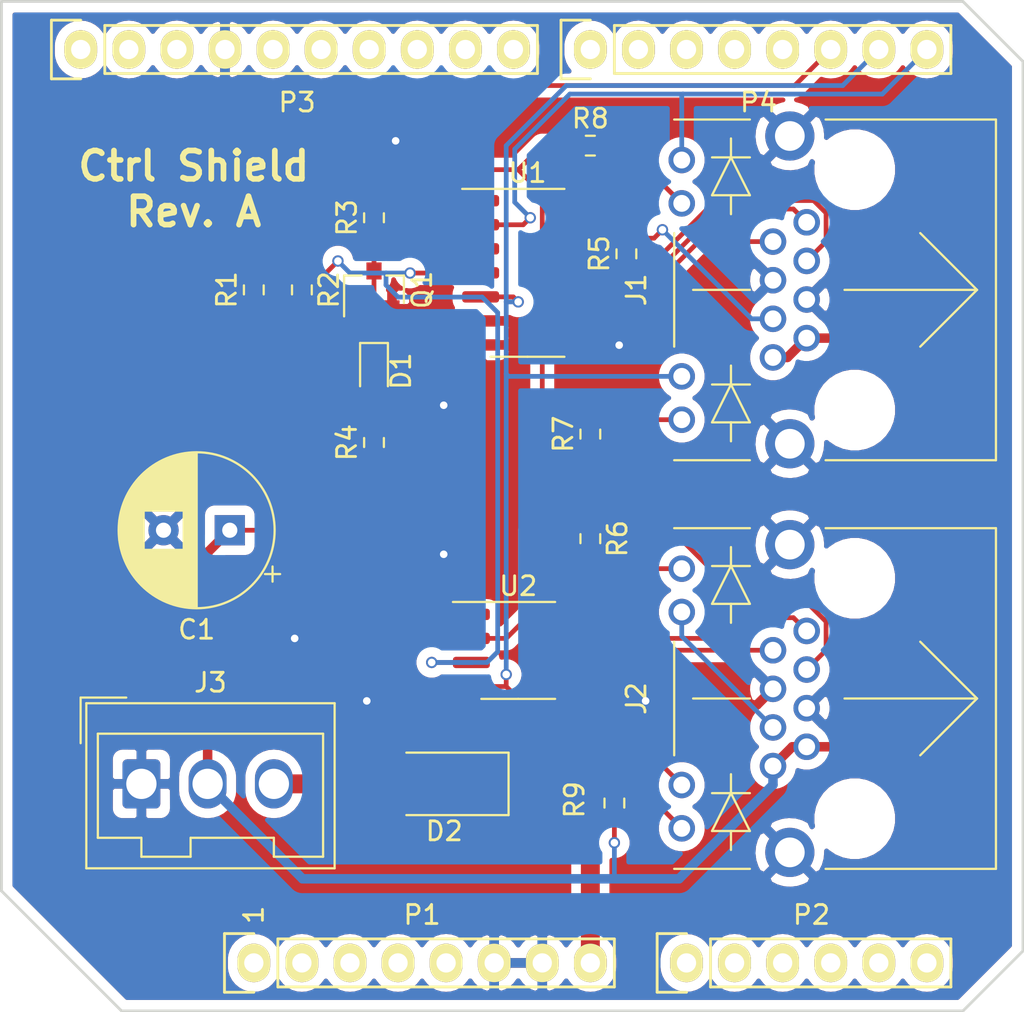
<source format=kicad_pcb>
(kicad_pcb (version 20171130) (host pcbnew "(5.1.9)-1")
  (title_block (date "lun. 30 mars 2015"))
  (layers (0 F.Cu signal) (31 B.Cu signal) (34 B.Paste user) (35 F.Paste user) (36 B.SilkS user) (37 F.SilkS user) (38 B.Mask user) (39 F.Mask user) (44 Edge.Cuts user))
  (net 0 "")
  (net 1 GND)
  (net 2 /Vin)
  (net 3 "/A4(SDA)")
  (net 4 "/A5(SCL)")
  (net 5 /2)
  (net 6 "/1(Tx)")
  (net 7 "/0(Rx)")
  (net 8 5V)
  (net 9 "Net-(D1-Pad2)")
  (net 10 /networking/~rx_en)
  (net 11 "Net-(D2-Pad2)")
  (net 12 "Net-(J1-Pad12)")
  (net 13 "Net-(J1-Pad10)")
  (net 14 "Net-(J1-Pad6)")
  (net 15 "Net-(J1-Pad3)")
  (net 16 "Net-(J1-Pad2)")
  (net 17 "Net-(J1-Pad1)")
  (net 18 "Net-(J2-Pad12)")
  (net 19 "Net-(J2-Pad10)")
  (net 20 "Net-(J2-Pad9)")
  (net 21 "Net-(J2-Pad3)")
  (net 22 "Net-(J2-Pad2)")
  (net 23 "Net-(J2-Pad1)")
  (net 24 "Net-(Q1-Pad1)")
  (module customs:RND_RJ45_LED (layer F.Cu) (at 168.148 88.265 90)
    (fp_text reference J1 (at 0 -9 90) (layer F.SilkS))
    (fp_text value RJ45_LED_Shielded)
    (pad 12 thru_hole circle (at -6.86 -6.6 90) (size 1.4 1.4) (drill 0.89) (layers *.Cu *.Mask) (net 12 "Net-(J1-Pad12)"))
    (pad 11 thru_hole circle (at -4.57 -6.6 90) (size 1.4 1.4) (drill 0.89) (layers *.Cu *.Mask) (net 6 "/1(Tx)"))
    (pad 10 thru_hole circle (at 4.57 -6.6 90) (size 1.4 1.4) (drill 0.89) (layers *.Cu *.Mask) (net 13 "Net-(J1-Pad10)"))
    (pad 9 thru_hole circle (at 6.86 -6.6 90) (size 1.4 1.4) (drill 0.89) (layers *.Cu *.Mask) (net 7 "/0(Rx)"))
    (pad 8 thru_hole circle (at -3.57 -1.78 90) (size 1.4 1.4) (drill 0.89) (layers *.Cu *.Mask) (net 8 5V))
    (pad 7 thru_hole circle (at -2.55 0 90) (size 1.4 1.4) (drill 0.89) (layers *.Cu *.Mask) (net 8 5V))
    (pad 6 thru_hole circle (at -1.53 -1.78 90) (size 1.4 1.4) (drill 0.89) (layers *.Cu *.Mask) (net 14 "Net-(J1-Pad6)"))
    (pad 5 thru_hole circle (at -0.51 0 90) (size 1.4 1.4) (drill 0.89) (layers *.Cu *.Mask) (net 1 GND))
    (pad 4 thru_hole circle (at 0.51 -1.78 90) (size 1.4 1.4) (drill 0.89) (layers *.Cu *.Mask) (net 1 GND))
    (pad 3 thru_hole circle (at 1.53 0 90) (size 1.4 1.4) (drill 0.89) (layers *.Cu *.Mask) (net 15 "Net-(J1-Pad3)"))
    (pad 2 thru_hole circle (at 2.55 -1.78 90) (size 1.4 1.4) (drill 0.89) (layers *.Cu *.Mask) (net 16 "Net-(J1-Pad2)"))
    (pad 1 thru_hole circle (at 3.57 0 90) (size 1.4 1.4) (drill 0.89) (layers *.Cu *.Mask) (net 17 "Net-(J1-Pad1)"))
    (pad SH thru_hole circle (at 8.13 -0.89 90) (size 2.6 2.6) (drill 1.57) (layers *.Cu *.Mask) (net 1 GND))
    (pad SH thru_hole circle (at -8.13 -0.89 90) (size 2.6 2.6) (drill 1.57) (layers *.Cu *.Mask) (net 1 GND))
    (pad "" np_thru_hole circle (at 6.35 2.54 90) (size 3.25 3.25) (drill 3.25) (layers *.Cu *.Mask))
    (pad "" np_thru_hole circle (at -6.35 2.54 90) (size 3.25 3.25) (drill 3.25) (layers *.Cu *.Mask))
  )
  (module Package_SO:SOIC-8_3.9x4.9mm_P1.27mm (layer F.Cu) (at 152.908 107.315)
    (fp_text reference U2 (at 0 -3.4) (layer F.SilkS))
    (fp_text value MAX481E)
    (pad 8 smd roundrect (at 2.475 -1.905) (size 1.95 0.6) (layers F.Cu F.Paste F.Mask) (net 8 5V))
    (pad 7 smd roundrect (at 2.475 -0.635) (size 1.95 0.6) (layers F.Cu F.Paste F.Mask) (net 23 "Net-(J2-Pad1)"))
    (pad 6 smd roundrect (at 2.475 0.635) (size 1.95 0.6) (layers F.Cu F.Paste F.Mask) (net 22 "Net-(J2-Pad2)"))
    (pad 5 smd roundrect (at 2.475 1.905) (size 1.95 0.6) (layers F.Cu F.Paste F.Mask) (net 1 GND))
    (pad 4 smd roundrect (at -2.475 1.905) (size 1.95 0.6) (layers F.Cu F.Paste F.Mask) (net 6 "/1(Tx)"))
    (pad 3 smd roundrect (at -2.475 0.635) (size 1.95 0.6) (layers F.Cu F.Paste F.Mask) (net 5 /2))
    (pad 2 smd roundrect (at -2.475 -0.635) (size 1.95 0.6) (layers F.Cu F.Paste F.Mask) (net 8 5V))
    (pad 1 smd roundrect (at -2.475 -1.905) (size 1.95 0.6) (layers F.Cu F.Paste F.Mask))
  )
  (module Package_SO:SOIC-14_3.9x8.7mm_P1.27mm (layer F.Cu) (at 153.398 87.365)
    (fp_text reference U1 (at 0 -5.28) (layer F.SilkS))
    (fp_text value MAX489E)
    (pad 14 smd roundrect (at 2.475 -3.81) (size 1.95 0.6) (layers F.Cu F.Paste F.Mask) (net 8 5V))
    (pad 13 smd roundrect (at 2.475 -2.54) (size 1.95 0.6) (layers F.Cu F.Paste F.Mask))
    (pad 12 smd roundrect (at 2.475 -1.27) (size 1.95 0.6) (layers F.Cu F.Paste F.Mask) (net 14 "Net-(J1-Pad6)"))
    (pad 11 smd roundrect (at 2.475 0) (size 1.95 0.6) (layers F.Cu F.Paste F.Mask) (net 15 "Net-(J1-Pad3)"))
    (pad 10 smd roundrect (at 2.475 1.27) (size 1.95 0.6) (layers F.Cu F.Paste F.Mask) (net 17 "Net-(J1-Pad1)"))
    (pad 9 smd roundrect (at 2.475 2.54) (size 1.95 0.6) (layers F.Cu F.Paste F.Mask) (net 16 "Net-(J1-Pad2)"))
    (pad 8 smd roundrect (at 2.475 3.81) (size 1.95 0.6) (layers F.Cu F.Paste F.Mask))
    (pad 7 smd roundrect (at -2.475 3.81) (size 1.95 0.6) (layers F.Cu F.Paste F.Mask) (net 1 GND))
    (pad 6 smd roundrect (at -2.475 2.54) (size 1.95 0.6) (layers F.Cu F.Paste F.Mask) (net 1 GND))
    (pad 5 smd roundrect (at -2.475 1.27) (size 1.95 0.6) (layers F.Cu F.Paste F.Mask) (net 6 "/1(Tx)"))
    (pad 4 smd roundrect (at -2.475 0) (size 1.95 0.6) (layers F.Cu F.Paste F.Mask) (net 5 /2))
    (pad 3 smd roundrect (at -2.475 -1.27) (size 1.95 0.6) (layers F.Cu F.Paste F.Mask) (net 10 /networking/~rx_en))
    (pad 2 smd roundrect (at -2.475 -2.54) (size 1.95 0.6) (layers F.Cu F.Paste F.Mask) (net 7 "/0(Rx)"))
    (pad 1 smd roundrect (at -2.475 -3.81) (size 1.95 0.6) (layers F.Cu F.Paste F.Mask))
  )
  (module Resistor_SMD:R_0603_1608Metric (layer F.Cu) (at 157.988 115.38 90)
    (fp_text reference R9 (at 0.174999 -2.105001 90) (layer F.SilkS))
    (fp_text value 1k)
    (pad 2 smd roundrect (at 0.825 0 90) (size 0.8 0.95) (layers F.Cu F.Paste F.Mask) (net 18 "Net-(J2-Pad12)"))
    (pad 1 smd roundrect (at -0.825 0 90) (size 0.8 0.95) (layers F.Cu F.Paste F.Mask) (net 8 5V))
  )
  (module Resistor_SMD:R_0603_1608Metric (layer F.Cu) (at 156.718 80.645)
    (fp_text reference R8 (at 0 -1.43) (layer F.SilkS))
    (fp_text value 1k)
    (pad 2 smd roundrect (at 0.825 0) (size 0.8 0.95) (layers F.Cu F.Paste F.Mask) (net 13 "Net-(J1-Pad10)"))
    (pad 1 smd roundrect (at -0.825 0) (size 0.8 0.95) (layers F.Cu F.Paste F.Mask) (net 8 5V))
  )
  (module Resistor_SMD:R_0603_1608Metric (layer F.Cu) (at 156.718 95.885 90)
    (fp_text reference R7 (at 0 -1.43 90) (layer F.SilkS))
    (fp_text value 1k)
    (pad 2 smd roundrect (at 0.825 0 90) (size 0.8 0.95) (layers F.Cu F.Paste F.Mask) (net 12 "Net-(J1-Pad12)"))
    (pad 1 smd roundrect (at -0.825 0 90) (size 0.8 0.95) (layers F.Cu F.Paste F.Mask) (net 8 5V))
  )
  (module Resistor_SMD:R_0603_1608Metric (layer F.Cu) (at 156.718 101.41 270)
    (fp_text reference R6 (at 0 -1.43 90) (layer F.SilkS))
    (fp_text value 1k)
    (pad 2 smd roundrect (at 0.825 0 270) (size 0.8 0.95) (layers F.Cu F.Paste F.Mask) (net 20 "Net-(J2-Pad9)"))
    (pad 1 smd roundrect (at -0.825 0 270) (size 0.8 0.95) (layers F.Cu F.Paste F.Mask) (net 21 "Net-(J2-Pad3)"))
  )
  (module Resistor_SMD:R_0603_1608Metric (layer F.Cu) (at 158.623 86.36 90)
    (fp_text reference R5 (at 0 -1.43 90) (layer F.SilkS))
    (fp_text value 2k)
    (pad 2 smd roundrect (at 0.825 0 90) (size 0.8 0.95) (layers F.Cu F.Paste F.Mask) (net 14 "Net-(J1-Pad6)"))
    (pad 1 smd roundrect (at -0.825 0 90) (size 0.8 0.95) (layers F.Cu F.Paste F.Mask) (net 15 "Net-(J1-Pad3)"))
  )
  (module Resistor_SMD:R_0603_1608Metric (layer F.Cu) (at 145.288 96.33 90)
    (fp_text reference R4 (at 0 -1.43 90) (layer F.SilkS))
    (fp_text value 10k)
    (pad 2 smd roundrect (at 0.825 0 90) (size 0.8 0.95) (layers F.Cu F.Paste F.Mask) (net 9 "Net-(D1-Pad2)"))
    (pad 1 smd roundrect (at -0.825 0 90) (size 0.8 0.95) (layers F.Cu F.Paste F.Mask) (net 8 5V))
  )
  (module Resistor_SMD:R_0603_1608Metric (layer F.Cu) (at 145.288 84.455 90)
    (fp_text reference R3 (at 0 -1.43 90) (layer F.SilkS))
    (fp_text value 10k)
    (pad 2 smd roundrect (at 0.825 0 90) (size 0.8 0.95) (layers F.Cu F.Paste F.Mask) (net 8 5V))
    (pad 1 smd roundrect (at -0.825 0 90) (size 0.8 0.95) (layers F.Cu F.Paste F.Mask) (net 10 /networking/~rx_en))
  )
  (module Resistor_SMD:R_0603_1608Metric (layer F.Cu) (at 141.478 88.265 270)
    (fp_text reference R2 (at 0 -1.43 90) (layer F.SilkS))
    (fp_text value 10k)
    (pad 2 smd roundrect (at 0.825 0 270) (size 0.8 0.95) (layers F.Cu F.Paste F.Mask) (net 24 "Net-(Q1-Pad1)"))
    (pad 1 smd roundrect (at -0.825 0 270) (size 0.8 0.95) (layers F.Cu F.Paste F.Mask) (net 5 /2))
  )
  (module Resistor_SMD:R_0603_1608Metric (layer F.Cu) (at 138.938 88.265 90)
    (fp_text reference R1 (at 0 -1.43 90) (layer F.SilkS))
    (fp_text value 10k)
    (pad 2 smd roundrect (at 0.825 0 90) (size 0.8 0.95) (layers F.Cu F.Paste F.Mask) (net 5 /2))
    (pad 1 smd roundrect (at -0.825 0 90) (size 0.8 0.95) (layers F.Cu F.Paste F.Mask) (net 1 GND))
  )
  (module Package_TO_SOT_SMD:SOT-23 (layer F.Cu) (at 145.288 88.265 90)
    (fp_text reference Q1 (at 0 2.54 90) (layer F.SilkS))
    (fp_text value 2N7002)
    (pad 3 smd rect (at 1 0 90) (size 0.9 0.8) (layers F.Cu F.Paste F.Mask) (net 10 /networking/~rx_en))
    (pad 2 smd rect (at -1 0.95 90) (size 0.9 0.8) (layers F.Cu F.Paste F.Mask) (net 1 GND))
    (pad 1 smd rect (at -1 -0.95 90) (size 0.9 0.8) (layers F.Cu F.Paste F.Mask) (net 24 "Net-(Q1-Pad1)"))
  )
  (module Connector_Wago:Wago_734-133_1x03_P3.50mm_Vertical (layer F.Cu) (at 132.998 114.365)
    (fp_text reference J3 (at 3.65 -5.35) (layer F.SilkS))
    (fp_text value Screw_Terminal_01x03)
    (pad 3 thru_hole oval (at 7 0) (size 2 2.6) (drill 1.6) (layers *.Cu *.Mask) (net 11 "Net-(D2-Pad2)"))
    (pad 2 thru_hole oval (at 3.5 0) (size 2 2.6) (drill 1.6) (layers *.Cu *.Mask) (net 8 5V))
    (pad 1 thru_hole roundrect (at 0 0) (size 2 2.6) (drill 1.6) (layers *.Cu *.Mask) (roundrect_rratio 0.125) (net 1 GND))
  )
  (module customs:RND_RJ45_LED (layer F.Cu) (at 168.148 109.855 90)
    (fp_text reference J2 (at 0 -9 90) (layer F.SilkS))
    (fp_text value RJ45_LED_Shielded)
    (pad 12 thru_hole circle (at -6.86 -6.6 90) (size 1.4 1.4) (drill 0.89) (layers *.Cu *.Mask) (net 18 "Net-(J2-Pad12)"))
    (pad 11 thru_hole circle (at -4.57 -6.6 90) (size 1.4 1.4) (drill 0.89) (layers *.Cu *.Mask) (net 6 "/1(Tx)"))
    (pad 10 thru_hole circle (at 4.57 -6.6 90) (size 1.4 1.4) (drill 0.89) (layers *.Cu *.Mask) (net 19 "Net-(J2-Pad10)"))
    (pad 9 thru_hole circle (at 6.86 -6.6 90) (size 1.4 1.4) (drill 0.89) (layers *.Cu *.Mask) (net 20 "Net-(J2-Pad9)"))
    (pad 8 thru_hole circle (at -3.57 -1.78 90) (size 1.4 1.4) (drill 0.89) (layers *.Cu *.Mask) (net 8 5V))
    (pad 7 thru_hole circle (at -2.55 0 90) (size 1.4 1.4) (drill 0.89) (layers *.Cu *.Mask) (net 8 5V))
    (pad 6 thru_hole circle (at -1.53 -1.78 90) (size 1.4 1.4) (drill 0.89) (layers *.Cu *.Mask) (net 19 "Net-(J2-Pad10)"))
    (pad 5 thru_hole circle (at -0.51 0 90) (size 1.4 1.4) (drill 0.89) (layers *.Cu *.Mask) (net 1 GND))
    (pad 4 thru_hole circle (at 0.51 -1.78 90) (size 1.4 1.4) (drill 0.89) (layers *.Cu *.Mask) (net 1 GND))
    (pad 3 thru_hole circle (at 1.53 0 90) (size 1.4 1.4) (drill 0.89) (layers *.Cu *.Mask) (net 21 "Net-(J2-Pad3)"))
    (pad 2 thru_hole circle (at 2.55 -1.78 90) (size 1.4 1.4) (drill 0.89) (layers *.Cu *.Mask) (net 22 "Net-(J2-Pad2)"))
    (pad 1 thru_hole circle (at 3.57 0 90) (size 1.4 1.4) (drill 0.89) (layers *.Cu *.Mask) (net 23 "Net-(J2-Pad1)"))
    (pad SH thru_hole circle (at 8.13 -0.89 90) (size 2.6 2.6) (drill 1.57) (layers *.Cu *.Mask) (net 1 GND))
    (pad SH thru_hole circle (at -8.13 -0.89 90) (size 2.6 2.6) (drill 1.57) (layers *.Cu *.Mask) (net 1 GND))
    (pad "" np_thru_hole circle (at 6.35 2.54 90) (size 3.25 3.25) (drill 3.25) (layers *.Cu *.Mask))
    (pad "" np_thru_hole circle (at -6.35 2.54 90) (size 3.25 3.25) (drill 3.25) (layers *.Cu *.Mask))
  )
  (module Diode_SMD:D_SMA (layer F.Cu) (at 148.998 114.365 180)
    (fp_text reference D2 (at 0 -2.5) (layer F.SilkS))
    (fp_text value D_Schottky)
    (pad 2 smd rect (at 2 0 180) (size 2.5 1.8) (layers F.Cu F.Paste F.Mask) (net 11 "Net-(D2-Pad2)"))
    (pad 1 smd rect (at -2 0 180) (size 2.5 1.8) (layers F.Cu F.Paste F.Mask) (net 2 /Vin))
  )
  (module LED_SMD:LED_0603_1608Metric (layer F.Cu) (at 145.288 92.5575 270)
    (fp_text reference D1 (at 0 -1.43 90) (layer F.SilkS))
    (fp_text value LED)
    (pad 2 smd roundrect (at 0.7875 0 270) (size 0.875 0.95) (layers F.Cu F.Paste F.Mask) (net 9 "Net-(D1-Pad2)"))
    (pad 1 smd roundrect (at -0.7875 0 270) (size 0.875 0.95) (layers F.Cu F.Paste F.Mask) (net 10 /networking/~rx_en))
  )
  (module Capacitor_THT:CP_Radial_D8.0mm_P3.50mm (layer F.Cu) (at 137.668 100.965 180)
    (fp_text reference C1 (at 1.75 -5.25) (layer F.SilkS))
    (fp_text value CP)
    (pad 2 thru_hole circle (at 3.5 0 180) (size 1.6 1.6) (drill 0.8) (layers *.Cu *.Mask) (net 1 GND))
    (pad 1 thru_hole rect (at 0 0 180) (size 1.6 1.6) (drill 0.8) (layers *.Cu *.Mask) (net 8 5V))
  )
  (module Socket_Arduino_Uno:Socket_Strip_Arduino_1x08 (layer F.Cu) (at 138.938 123.825)
    (fp_text reference P1 (at 8.89 -2.54) (layer F.SilkS))
    (fp_text value Power)
    (pad 1 thru_hole oval (at 0 0) (size 1.7272 2.032) (drill 1.016) (layers *.Cu *.Mask F.SilkS))
    (pad 2 thru_hole oval (at 2.54 0) (size 1.7272 2.032) (drill 1.016) (layers *.Cu *.Mask F.SilkS))
    (pad 3 thru_hole oval (at 5.08 0) (size 1.7272 2.032) (drill 1.016) (layers *.Cu *.Mask F.SilkS))
    (pad 4 thru_hole oval (at 7.62 0) (size 1.7272 2.032) (drill 1.016) (layers *.Cu *.Mask F.SilkS))
    (pad 5 thru_hole oval (at 10.16 0) (size 1.7272 2.032) (drill 1.016) (layers *.Cu *.Mask F.SilkS))
    (pad 6 thru_hole oval (at 12.7 0) (size 1.7272 2.032) (drill 1.016) (layers *.Cu *.Mask F.SilkS) (net 1 GND))
    (pad 7 thru_hole oval (at 15.24 0) (size 1.7272 2.032) (drill 1.016) (layers *.Cu *.Mask F.SilkS) (net 1 GND))
    (pad 8 thru_hole oval (at 17.78 0) (size 1.7272 2.032) (drill 1.016) (layers *.Cu *.Mask F.SilkS) (net 2 /Vin))
  )
  (module Socket_Arduino_Uno:Socket_Strip_Arduino_1x06 (layer F.Cu) (at 161.798 123.825)
    (fp_text reference P2 (at 6.604 -2.54) (layer F.SilkS))
    (fp_text value Analog)
    (pad 1 thru_hole oval (at 0 0) (size 1.7272 2.032) (drill 1.016) (layers *.Cu *.Mask F.SilkS))
    (pad 2 thru_hole oval (at 2.54 0) (size 1.7272 2.032) (drill 1.016) (layers *.Cu *.Mask F.SilkS))
    (pad 3 thru_hole oval (at 5.08 0) (size 1.7272 2.032) (drill 1.016) (layers *.Cu *.Mask F.SilkS))
    (pad 4 thru_hole oval (at 7.62 0) (size 1.7272 2.032) (drill 1.016) (layers *.Cu *.Mask F.SilkS))
    (pad 5 thru_hole oval (at 10.16 0) (size 1.7272 2.032) (drill 1.016) (layers *.Cu *.Mask F.SilkS) (net 3 "/A4(SDA)"))
    (pad 6 thru_hole oval (at 12.7 0) (size 1.7272 2.032) (drill 1.016) (layers *.Cu *.Mask F.SilkS) (net 4 "/A5(SCL)"))
  )
  (module Socket_Arduino_Uno:Socket_Strip_Arduino_1x10 (layer F.Cu) (at 129.794 75.565)
    (fp_text reference P3 (at 11.43 2.794) (layer F.SilkS))
    (fp_text value Digital)
    (pad 1 thru_hole oval (at 0 0) (size 1.7272 2.032) (drill 1.016) (layers *.Cu *.Mask F.SilkS) (net 4 "/A5(SCL)"))
    (pad 2 thru_hole oval (at 2.54 0) (size 1.7272 2.032) (drill 1.016) (layers *.Cu *.Mask F.SilkS) (net 3 "/A4(SDA)"))
    (pad 3 thru_hole oval (at 5.08 0) (size 1.7272 2.032) (drill 1.016) (layers *.Cu *.Mask F.SilkS))
    (pad 4 thru_hole oval (at 7.62 0) (size 1.7272 2.032) (drill 1.016) (layers *.Cu *.Mask F.SilkS) (net 1 GND))
    (pad 5 thru_hole oval (at 10.16 0) (size 1.7272 2.032) (drill 1.016) (layers *.Cu *.Mask F.SilkS))
    (pad 6 thru_hole oval (at 12.7 0) (size 1.7272 2.032) (drill 1.016) (layers *.Cu *.Mask F.SilkS))
    (pad 7 thru_hole oval (at 15.24 0) (size 1.7272 2.032) (drill 1.016) (layers *.Cu *.Mask F.SilkS))
    (pad 8 thru_hole oval (at 17.78 0) (size 1.7272 2.032) (drill 1.016) (layers *.Cu *.Mask F.SilkS))
    (pad 9 thru_hole oval (at 20.32 0) (size 1.7272 2.032) (drill 1.016) (layers *.Cu *.Mask F.SilkS))
    (pad 10 thru_hole oval (at 22.86 0) (size 1.7272 2.032) (drill 1.016) (layers *.Cu *.Mask F.SilkS))
  )
  (module Socket_Arduino_Uno:Socket_Strip_Arduino_1x08 (layer F.Cu) (at 156.718 75.565)
    (fp_text reference P4 (at 8.89 2.794) (layer F.SilkS))
    (fp_text value Digital)
    (pad 1 thru_hole oval (at 0 0) (size 1.7272 2.032) (drill 1.016) (layers *.Cu *.Mask F.SilkS))
    (pad 2 thru_hole oval (at 2.54 0) (size 1.7272 2.032) (drill 1.016) (layers *.Cu *.Mask F.SilkS))
    (pad 3 thru_hole oval (at 5.08 0) (size 1.7272 2.032) (drill 1.016) (layers *.Cu *.Mask F.SilkS))
    (pad 4 thru_hole oval (at 7.62 0) (size 1.7272 2.032) (drill 1.016) (layers *.Cu *.Mask F.SilkS))
    (pad 5 thru_hole oval (at 10.16 0) (size 1.7272 2.032) (drill 1.016) (layers *.Cu *.Mask F.SilkS))
    (pad 6 thru_hole oval (at 12.7 0) (size 1.7272 2.032) (drill 1.016) (layers *.Cu *.Mask F.SilkS) (net 5 /2))
    (pad 7 thru_hole oval (at 15.24 0) (size 1.7272 2.032) (drill 1.016) (layers *.Cu *.Mask F.SilkS) (net 6 "/1(Tx)"))
    (pad 8 thru_hole oval (at 17.78 0) (size 1.7272 2.032) (drill 1.016) (layers *.Cu *.Mask F.SilkS) (net 7 "/0(Rx)"))
  )
  (gr_text "Ctrl Shield\nRev. A" (at 135.763 82.931) (layer F.SilkS) (effects (font (size 1.5 1.5) (thickness 0.3))))
  (gr_line (start 125.603 73.025) (end 125.603 120.015) (layer Edge.Cuts) (width 0.15))
  (gr_line (start 131.953 126.365) (end 176.403 126.365) (layer Edge.Cuts) (width 0.15))
  (gr_line (start 125.603 120.015) (end 131.953 126.365) (layer Edge.Cuts) (width 0.15))
  (gr_line (start 179.578 123.19) (end 179.578 76.2) (layer Edge.Cuts) (width 0.15))
  (gr_line (start 176.403 126.365) (end 179.578 123.19) (layer Edge.Cuts) (width 0.15))
  (gr_line (start 176.403 73.025) (end 179.578 76.2) (layer Edge.Cuts) (width 0.15))
  (gr_line (start 176.403 73.025) (end 125.603 73.025) (layer Edge.Cuts) (width 0.15))
  (gr_text 1 (at 138.938 121.285 90) (layer F.SilkS) (effects (font (size 1 1))))
  (via (at 158.242 91.186) (size 0.6) (drill 0.4) (layers F.Cu B.Cu) (net 1))
  (via (at 146.431 80.391) (size 0.6) (drill 0.4) (layers F.Cu B.Cu) (net 1))
  (via (at 148.971 94.361) (size 0.6) (drill 0.4) (layers F.Cu B.Cu) (net 1))
  (via (at 148.971 102.235) (size 0.6) (drill 0.4) (layers F.Cu B.Cu) (net 1))
  (via (at 141.097 106.68) (size 0.6) (drill 0.4) (layers F.Cu B.Cu) (net 1))
  (via (at 144.907 109.982) (size 0.6) (drill 0.4) (layers F.Cu B.Cu) (net 1))
  (via (at 159.639 109.982) (size 0.6) (drill 0.4) (layers F.Cu B.Cu) (net 1))
  (segment (start 150.998 114.365) (end 152.973 114.365) (width 1) (layer F.Cu) (net 2))
  (segment (start 156.718 118.11) (end 156.718 123.825) (width 1) (layer F.Cu) (net 2))
  (segment (start 152.973 114.365) (end 156.718 118.11) (width 1) (layer F.Cu) (net 2))
  (segment (start 167.513 77.47) (end 145.288 77.47) (width 0.25) (layer F.Cu) (net 5))
  (segment (start 169.418 75.565) (end 167.513 77.47) (width 0.25) (layer F.Cu) (net 5))
  (segment (start 138.938 87.44) (end 140.018 87.44) (width 0.25) (layer F.Cu) (net 5))
  (segment (start 140.398 82.36) (end 140.843 81.915) (width 0.25) (layer F.Cu) (net 5))
  (segment (start 140.398 87.44) (end 140.398 82.36) (width 0.25) (layer F.Cu) (net 5))
  (segment (start 145.288 77.47) (end 140.843 81.915) (width 0.25) (layer F.Cu) (net 5))
  (segment (start 140.018 87.44) (end 140.398 87.44) (width 0.25) (layer F.Cu) (net 5))
  (segment (start 140.398 87.44) (end 141.478 87.44) (width 0.25) (layer F.Cu) (net 5))
  (via (at 143.383 86.741) (size 0.6) (drill 0.4) (layers F.Cu B.Cu) (net 5))
  (segment (start 142.684 87.44) (end 143.383 86.741) (width 0.25) (layer F.Cu) (net 5))
  (segment (start 141.478 87.44) (end 142.684 87.44) (width 0.25) (layer F.Cu) (net 5))
  (via (at 147.193 87.376) (size 0.6) (drill 0.4) (layers F.Cu B.Cu) (net 5))
  (segment (start 143.383 86.741) (end 144.018 87.376) (width 0.25) (layer B.Cu) (net 5))
  (segment (start 150.912 87.376) (end 150.923 87.365) (width 0.25) (layer F.Cu) (net 5))
  (segment (start 147.193 87.376) (end 150.912 87.376) (width 0.25) (layer F.Cu) (net 5))
  (via (at 148.336 107.95) (size 0.6) (drill 0.4) (layers F.Cu B.Cu) (net 5))
  (segment (start 150.433 107.95) (end 148.336 107.95) (width 0.25) (layer F.Cu) (net 5))
  (segment (start 148.336 107.95) (end 150.495 107.95) (width 0.25) (layer B.Cu) (net 5))
  (segment (start 145.923 87.376) (end 145.923 88.011) (width 0.25) (layer B.Cu) (net 5))
  (segment (start 144.018 87.376) (end 145.923 87.376) (width 0.25) (layer B.Cu) (net 5))
  (segment (start 145.923 87.376) (end 147.193 87.376) (width 0.25) (layer B.Cu) (net 5))
  (segment (start 145.923 88.011) (end 146.558 88.646) (width 0.25) (layer B.Cu) (net 5))
  (segment (start 151.003 88.646) (end 151.82299 89.46599) (width 0.25) (layer B.Cu) (net 5))
  (segment (start 146.558 88.646) (end 151.003 88.646) (width 0.25) (layer B.Cu) (net 5))
  (segment (start 151.82299 89.46599) (end 151.82299 107.38401) (width 0.25) (layer B.Cu) (net 5))
  (segment (start 151.257 107.95) (end 148.336 107.95) (width 0.25) (layer B.Cu) (net 5))
  (segment (start 151.82299 107.38401) (end 151.257 107.95) (width 0.25) (layer B.Cu) (net 5))
  (segment (start 150.433 109.22) (end 152.273 109.22) (width 0.25) (layer F.Cu) (net 6))
  (segment (start 152.273 109.22) (end 155.448 112.395) (width 0.25) (layer F.Cu) (net 6))
  (segment (start 159.518 112.395) (end 161.548 114.425) (width 0.25) (layer F.Cu) (net 6))
  (segment (start 155.448 112.395) (end 159.518 112.395) (width 0.25) (layer F.Cu) (net 6))
  (segment (start 171.958 75.565) (end 170.053 77.47) (width 0.25) (layer B.Cu) (net 6))
  (segment (start 170.053 77.47) (end 155.448 77.47) (width 0.25) (layer B.Cu) (net 6))
  (segment (start 155.448 77.47) (end 152.273 80.645) (width 0.25) (layer B.Cu) (net 6))
  (segment (start 152.273 80.645) (end 152.273 88.9) (width 0.25) (layer B.Cu) (net 6))
  (segment (start 152.273 88.9) (end 152.908 88.9) (width 0.25) (layer B.Cu) (net 6))
  (via (at 152.908 88.9) (size 0.6) (drill 0.4) (layers F.Cu B.Cu) (net 6))
  (segment (start 152.643 88.635) (end 152.908 88.9) (width 0.25) (layer F.Cu) (net 6))
  (segment (start 150.923 88.635) (end 152.643 88.635) (width 0.25) (layer F.Cu) (net 6))
  (via (at 152.273 108.585) (size 0.6) (drill 0.4) (layers F.Cu B.Cu) (net 6))
  (segment (start 152.273 109.22) (end 152.273 108.585) (width 0.25) (layer F.Cu) (net 6))
  (segment (start 152.398 92.835) (end 152.273 92.71) (width 0.25) (layer B.Cu) (net 6))
  (segment (start 161.548 92.835) (end 152.398 92.835) (width 0.25) (layer B.Cu) (net 6))
  (segment (start 152.273 92.71) (end 152.273 88.9) (width 0.25) (layer B.Cu) (net 6))
  (segment (start 152.273 108.585) (end 152.273 92.71) (width 0.25) (layer B.Cu) (net 6))
  (via (at 153.543 84.455) (size 0.6) (drill 0.4) (layers F.Cu B.Cu) (net 7))
  (segment (start 153.173 84.825) (end 153.543 84.455) (width 0.25) (layer F.Cu) (net 7))
  (segment (start 150.923 84.825) (end 153.173 84.825) (width 0.25) (layer F.Cu) (net 7))
  (segment (start 153.543 84.455) (end 152.72301 83.63501) (width 0.25) (layer B.Cu) (net 7))
  (segment (start 152.72301 80.8314) (end 155.6344 77.92001) (width 0.25) (layer B.Cu) (net 7))
  (segment (start 152.72301 83.63501) (end 152.72301 80.8314) (width 0.25) (layer B.Cu) (net 7))
  (segment (start 172.14299 77.92001) (end 174.498 75.565) (width 0.25) (layer B.Cu) (net 7))
  (segment (start 161.548 77.98502) (end 161.61301 77.92001) (width 0.25) (layer B.Cu) (net 7))
  (segment (start 161.548 81.405) (end 161.548 77.98502) (width 0.25) (layer B.Cu) (net 7))
  (segment (start 161.61301 77.92001) (end 172.14299 77.92001) (width 0.25) (layer B.Cu) (net 7))
  (segment (start 155.6344 77.92001) (end 161.61301 77.92001) (width 0.25) (layer B.Cu) (net 7))
  (segment (start 167.388 112.405) (end 166.368 113.425) (width 0.5) (layer F.Cu) (net 8))
  (segment (start 168.148 112.405) (end 167.388 112.405) (width 0.5) (layer F.Cu) (net 8))
  (segment (start 167.128 91.835) (end 168.148 90.815) (width 0.5) (layer F.Cu) (net 8))
  (segment (start 166.368 91.835) (end 167.128 91.835) (width 0.5) (layer F.Cu) (net 8))
  (segment (start 170.678 112.405) (end 168.148 112.405) (width 0.5) (layer F.Cu) (net 8))
  (segment (start 174.498 108.585) (end 170.678 112.405) (width 0.5) (layer F.Cu) (net 8))
  (segment (start 174.498 93.345) (end 174.498 108.585) (width 0.5) (layer F.Cu) (net 8))
  (segment (start 171.968 90.815) (end 174.498 93.345) (width 0.5) (layer F.Cu) (net 8))
  (segment (start 168.148 90.815) (end 171.968 90.815) (width 0.5) (layer F.Cu) (net 8))
  (segment (start 147.193 106.68) (end 150.433 106.68) (width 0.25) (layer F.Cu) (net 8))
  (segment (start 145.288 104.775) (end 147.193 106.68) (width 0.25) (layer F.Cu) (net 8))
  (segment (start 166.368 114.414949) (end 161.402949 119.38) (width 0.5) (layer B.Cu) (net 8))
  (segment (start 166.368 113.425) (end 166.368 114.414949) (width 0.5) (layer B.Cu) (net 8))
  (segment (start 141.513 119.38) (end 136.498 114.365) (width 0.5) (layer B.Cu) (net 8))
  (segment (start 136.498 102.135) (end 137.668 100.965) (width 0.5) (layer F.Cu) (net 8))
  (segment (start 136.498 114.365) (end 136.498 102.135) (width 0.5) (layer F.Cu) (net 8))
  (segment (start 137.668 100.965) (end 145.288 100.965) (width 0.25) (layer F.Cu) (net 8))
  (segment (start 145.288 100.965) (end 145.288 104.775) (width 0.25) (layer F.Cu) (net 8))
  (segment (start 145.288 97.155) (end 145.288 100.965) (width 0.25) (layer F.Cu) (net 8))
  (segment (start 155.383 105.41) (end 153.543 105.41) (width 0.25) (layer F.Cu) (net 8))
  (segment (start 152.273 106.68) (end 150.433 106.68) (width 0.25) (layer F.Cu) (net 8))
  (segment (start 153.543 105.41) (end 152.273 106.68) (width 0.25) (layer F.Cu) (net 8))
  (segment (start 147.383 83.63) (end 145.288 83.63) (width 0.25) (layer F.Cu) (net 8))
  (segment (start 148.463 82.55) (end 147.383 83.63) (width 0.25) (layer F.Cu) (net 8))
  (segment (start 155.893 80.645) (end 154.178 80.645) (width 0.25) (layer F.Cu) (net 8))
  (segment (start 154.178 80.645) (end 152.908 81.915) (width 0.25) (layer F.Cu) (net 8))
  (segment (start 149.098 81.915) (end 152.908 81.915) (width 0.25) (layer F.Cu) (net 8))
  (segment (start 148.463 82.55) (end 149.098 81.915) (width 0.25) (layer F.Cu) (net 8))
  (via (at 157.988 117.475) (size 0.6) (drill 0.4) (layers F.Cu B.Cu) (net 8))
  (segment (start 157.988 116.205) (end 157.988 117.475) (width 0.25) (layer F.Cu) (net 8))
  (segment (start 157.988 117.475) (end 157.988 119.38) (width 0.25) (layer B.Cu) (net 8))
  (segment (start 157.988 119.38) (end 141.513 119.38) (width 0.5) (layer B.Cu) (net 8))
  (segment (start 161.402949 119.38) (end 157.988 119.38) (width 0.5) (layer B.Cu) (net 8))
  (segment (start 152.908 81.915) (end 154.178 83.185) (width 0.25) (layer F.Cu) (net 8))
  (segment (start 154.178 100.33) (end 153.543 100.965) (width 0.25) (layer F.Cu) (net 8))
  (segment (start 153.543 100.965) (end 153.543 105.41) (width 0.25) (layer F.Cu) (net 8))
  (segment (start 154.178 97.79) (end 156.083 97.79) (width 0.25) (layer F.Cu) (net 8))
  (segment (start 154.178 97.79) (end 154.178 100.33) (width 0.25) (layer F.Cu) (net 8))
  (segment (start 156.718 97.155) (end 156.718 96.71) (width 0.25) (layer F.Cu) (net 8))
  (segment (start 156.083 97.79) (end 156.718 97.155) (width 0.25) (layer F.Cu) (net 8))
  (segment (start 154.189 83.555) (end 154.178 83.566) (width 0.25) (layer F.Cu) (net 8))
  (segment (start 155.873 83.555) (end 154.189 83.555) (width 0.25) (layer F.Cu) (net 8))
  (segment (start 154.178 83.566) (end 154.178 97.79) (width 0.25) (layer F.Cu) (net 8))
  (segment (start 154.178 83.185) (end 154.178 83.566) (width 0.25) (layer F.Cu) (net 8))
  (segment (start 145.288 95.505) (end 145.288 93.345) (width 0.25) (layer F.Cu) (net 9))
  (segment (start 145.288 91.77) (end 145.288 87.265) (width 0.25) (layer F.Cu) (net 10))
  (segment (start 145.288 85.28) (end 145.288 86.36) (width 0.25) (layer F.Cu) (net 10))
  (segment (start 145.288 86.36) (end 145.288 87.265) (width 0.25) (layer F.Cu) (net 10))
  (segment (start 148.093 86.095) (end 147.828 86.36) (width 0.25) (layer F.Cu) (net 10))
  (segment (start 150.923 86.095) (end 148.093 86.095) (width 0.25) (layer F.Cu) (net 10))
  (segment (start 145.288 86.36) (end 147.828 86.36) (width 0.25) (layer F.Cu) (net 10))
  (segment (start 139.998 114.365) (end 146.998 114.365) (width 1) (layer F.Cu) (net 11))
  (segment (start 156.783 95.125) (end 156.718 95.06) (width 0.25) (layer F.Cu) (net 12))
  (segment (start 161.548 95.125) (end 156.783 95.125) (width 0.25) (layer F.Cu) (net 12))
  (segment (start 158.498 80.645) (end 161.548 83.695) (width 0.25) (layer F.Cu) (net 13))
  (segment (start 157.543 80.645) (end 158.498 80.645) (width 0.25) (layer F.Cu) (net 13))
  (segment (start 155.873 86.095) (end 156.983 86.095) (width 0.25) (layer F.Cu) (net 14))
  (segment (start 157.543 85.535) (end 158.623 85.535) (width 0.25) (layer F.Cu) (net 14))
  (segment (start 156.983 86.095) (end 157.543 85.535) (width 0.25) (layer F.Cu) (net 14))
  (via (at 160.528 85.09) (size 0.6) (drill 0.4) (layers F.Cu B.Cu) (net 14))
  (segment (start 160.083 85.535) (end 160.528 85.09) (width 0.25) (layer F.Cu) (net 14))
  (segment (start 158.623 85.535) (end 160.083 85.535) (width 0.25) (layer F.Cu) (net 14))
  (segment (start 165.233 89.795) (end 166.368 89.795) (width 0.25) (layer B.Cu) (net 14))
  (segment (start 160.528 85.09) (end 165.233 89.795) (width 0.25) (layer B.Cu) (net 14))
  (segment (start 158.443 87.365) (end 158.623 87.185) (width 0.25) (layer F.Cu) (net 15))
  (segment (start 155.873 87.365) (end 158.443 87.365) (width 0.25) (layer F.Cu) (net 15))
  (segment (start 169.173001 85.709999) (end 168.148 86.735) (width 0.25) (layer F.Cu) (net 15))
  (segment (start 169.173001 84.202999) (end 169.173001 85.709999) (width 0.25) (layer F.Cu) (net 15))
  (segment (start 168.514993 83.544991) (end 169.173001 84.202999) (width 0.25) (layer F.Cu) (net 15))
  (segment (start 163.341599 83.544991) (end 168.514993 83.544991) (width 0.25) (layer F.Cu) (net 15))
  (segment (start 159.70159 87.185) (end 163.341599 83.544991) (width 0.25) (layer F.Cu) (net 15))
  (segment (start 158.623 87.185) (end 159.70159 87.185) (width 0.25) (layer F.Cu) (net 15))
  (segment (start 157.49801 89.25499) (end 156.848 89.905) (width 0.25) (layer F.Cu) (net 16))
  (segment (start 156.848 89.905) (end 155.873 89.905) (width 0.25) (layer F.Cu) (net 16))
  (segment (start 158.90442 89.25499) (end 157.49801 89.25499) (width 0.25) (layer F.Cu) (net 16))
  (segment (start 162.43441 85.725) (end 158.90442 89.25499) (width 0.25) (layer F.Cu) (net 16))
  (segment (start 164.338 85.725) (end 162.43441 85.725) (width 0.25) (layer F.Cu) (net 16))
  (segment (start 164.348 85.715) (end 164.338 85.725) (width 0.25) (layer F.Cu) (net 16))
  (segment (start 166.368 85.715) (end 164.348 85.715) (width 0.25) (layer F.Cu) (net 16))
  (segment (start 167.448001 83.995001) (end 168.148 84.695) (width 0.25) (layer F.Cu) (net 17))
  (segment (start 163.527999 83.995001) (end 167.448001 83.995001) (width 0.25) (layer F.Cu) (net 17))
  (segment (start 158.888 88.635) (end 163.527999 83.995001) (width 0.25) (layer F.Cu) (net 17))
  (segment (start 155.873 88.635) (end 158.888 88.635) (width 0.25) (layer F.Cu) (net 17))
  (segment (start 159.388 114.555) (end 161.548 116.715) (width 0.25) (layer F.Cu) (net 18))
  (segment (start 157.988 114.555) (end 159.388 114.555) (width 0.25) (layer F.Cu) (net 18))
  (segment (start 161.548 106.565) (end 161.548 105.285) (width 0.25) (layer B.Cu) (net 19))
  (segment (start 166.368 111.385) (end 161.548 106.565) (width 0.25) (layer B.Cu) (net 19))
  (segment (start 159.258 102.235) (end 160.018 102.995) (width 0.25) (layer F.Cu) (net 20))
  (segment (start 157.988 102.235) (end 159.258 102.235) (width 0.25) (layer F.Cu) (net 20))
  (segment (start 161.548 102.995) (end 160.018 102.995) (width 0.25) (layer F.Cu) (net 20))
  (segment (start 157.988 102.235) (end 156.718 102.235) (width 0.25) (layer F.Cu) (net 20))
  (segment (start 169.173001 107.299999) (end 168.148 108.325) (width 0.25) (layer F.Cu) (net 21))
  (segment (start 168.155002 104.775) (end 169.173001 105.792999) (width 0.25) (layer F.Cu) (net 21))
  (segment (start 169.173001 105.792999) (end 169.173001 107.299999) (width 0.25) (layer F.Cu) (net 21))
  (segment (start 164.845002 104.775) (end 168.155002 104.775) (width 0.25) (layer F.Cu) (net 21))
  (segment (start 160.655002 100.585) (end 164.845002 104.775) (width 0.25) (layer F.Cu) (net 21))
  (segment (start 156.718 100.585) (end 160.655002 100.585) (width 0.25) (layer F.Cu) (net 21))
  (segment (start 155.383 107.95) (end 157.353 107.95) (width 0.25) (layer F.Cu) (net 22))
  (segment (start 157.998 107.305) (end 166.368 107.305) (width 0.25) (layer F.Cu) (net 22))
  (segment (start 157.353 107.95) (end 157.998 107.305) (width 0.25) (layer F.Cu) (net 22))
  (segment (start 167.448001 105.585001) (end 168.148 106.285) (width 0.25) (layer F.Cu) (net 23))
  (segment (start 155.383 106.68) (end 164.973 106.68) (width 0.25) (layer F.Cu) (net 23))
  (segment (start 164.973 106.68) (end 166.067999 105.585001) (width 0.25) (layer F.Cu) (net 23))
  (segment (start 166.067999 105.585001) (end 167.448001 105.585001) (width 0.25) (layer F.Cu) (net 23))
  (segment (start 141.653 89.265) (end 141.478 89.09) (width 0.25) (layer F.Cu) (net 24))
  (segment (start 144.338 89.265) (end 141.653 89.265) (width 0.25) (layer F.Cu) (net 24))
  (zone (net 1) (net_name GND) (layer F.Cu) (connect_pads (clearance 0.508)) (min_thickness 0.254) (fill yes (arc_segments 32) (thermal_gap 0.508) (thermal_bridge_width 0.508))
    (polygon (pts (xy 179.578 76.2) (xy 179.578 123.19) (xy 176.403 126.365) (xy 131.953 126.365) (xy 125.603 120.015) (xy 125.603 73.025) (xy 176.403 73.025)))
  )
  (zone (net 1) (net_name GND) (layer B.Cu) (connect_pads (clearance 0.508)) (min_thickness 0.254) (fill yes (arc_segments 32) (thermal_gap 0.508) (thermal_bridge_width 0.508))
    (polygon (pts (xy 179.578 76.2) (xy 179.578 123.19) (xy 176.403 126.365) (xy 131.953 126.365) (xy 125.603 120.015) (xy 125.603 73.025) (xy 176.403 73.025)))
  )
)
</source>
